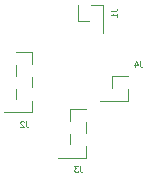
<source format=gbr>
%TF.GenerationSoftware,KiCad,Pcbnew,(5.1.7)-1*%
%TF.CreationDate,2021-04-19T22:56:07+02:00*%
%TF.ProjectId,TMA,544d412e-6b69-4636-9164-5f7063625858,rev?*%
%TF.SameCoordinates,Original*%
%TF.FileFunction,Legend,Bot*%
%TF.FilePolarity,Positive*%
%FSLAX46Y46*%
G04 Gerber Fmt 4.6, Leading zero omitted, Abs format (unit mm)*
G04 Created by KiCad (PCBNEW (5.1.7)-1) date 2021-04-19 22:56:07*
%MOMM*%
%LPD*%
G01*
G04 APERTURE LIST*
%ADD10C,0.120000*%
%ADD11C,0.125000*%
G04 APERTURE END LIST*
D10*
%TO.C,J4*%
X76775000Y-50740000D02*
X76775000Y-49740000D01*
X78165000Y-51860000D02*
X78165000Y-50860000D01*
X78165000Y-49740000D02*
X78165000Y-49740000D01*
X76775000Y-51860000D02*
X76775000Y-51860000D01*
X76775000Y-51860000D02*
X75780000Y-51860000D01*
X76775000Y-49740000D02*
X78165000Y-49740000D01*
X76775000Y-51860000D02*
X78165000Y-51860000D01*
%TO.C,J3*%
X73219000Y-53550000D02*
X73219000Y-52550000D01*
X73219000Y-55550000D02*
X73219000Y-54670000D01*
X74609000Y-54550000D02*
X74609000Y-53670000D01*
X74609000Y-56670000D02*
X74609000Y-55670000D01*
X74609000Y-52550000D02*
X74609000Y-52550000D01*
X73219000Y-56670000D02*
X73219000Y-56670000D01*
X73219000Y-56670000D02*
X72224000Y-56670000D01*
X73219000Y-52550000D02*
X74609000Y-52550000D01*
X73219000Y-56670000D02*
X74609000Y-56670000D01*
%TO.C,J2*%
X68647000Y-49732000D02*
X68647000Y-48852000D01*
X68647000Y-51732000D02*
X68647000Y-50852000D01*
X70037000Y-48732000D02*
X70037000Y-47732000D01*
X70037000Y-50732000D02*
X70037000Y-49852000D01*
X70037000Y-52852000D02*
X70037000Y-51852000D01*
X70037000Y-47732000D02*
X70037000Y-47732000D01*
X68647000Y-52852000D02*
X68647000Y-52852000D01*
X68647000Y-52852000D02*
X67652000Y-52852000D01*
X68647000Y-47732000D02*
X70037000Y-47732000D01*
X68647000Y-52852000D02*
X70037000Y-52852000D01*
%TO.C,J1*%
X74870000Y-45145000D02*
X73870000Y-45145000D01*
X75990000Y-43755000D02*
X74990000Y-43755000D01*
X73870000Y-43755000D02*
X73870000Y-43755000D01*
X75990000Y-45145000D02*
X75990000Y-45145000D01*
X75990000Y-45145000D02*
X75990000Y-46140000D01*
X73870000Y-45145000D02*
X73870000Y-43755000D01*
X75990000Y-45145000D02*
X75990000Y-43755000D01*
%TO.C,J4*%
D11*
X79160666Y-48494190D02*
X79160666Y-48851333D01*
X79184476Y-48922761D01*
X79232095Y-48970380D01*
X79303523Y-48994190D01*
X79351142Y-48994190D01*
X78708285Y-48660857D02*
X78708285Y-48994190D01*
X78827333Y-48470380D02*
X78946380Y-48827523D01*
X78636857Y-48827523D01*
%TO.C,J3*%
X74080666Y-57396190D02*
X74080666Y-57753333D01*
X74104476Y-57824761D01*
X74152095Y-57872380D01*
X74223523Y-57896190D01*
X74271142Y-57896190D01*
X73890190Y-57396190D02*
X73580666Y-57396190D01*
X73747333Y-57586666D01*
X73675904Y-57586666D01*
X73628285Y-57610476D01*
X73604476Y-57634285D01*
X73580666Y-57681904D01*
X73580666Y-57800952D01*
X73604476Y-57848571D01*
X73628285Y-57872380D01*
X73675904Y-57896190D01*
X73818761Y-57896190D01*
X73866380Y-57872380D01*
X73890190Y-57848571D01*
%TO.C,J2*%
X69508666Y-53578190D02*
X69508666Y-53935333D01*
X69532476Y-54006761D01*
X69580095Y-54054380D01*
X69651523Y-54078190D01*
X69699142Y-54078190D01*
X69294380Y-53625809D02*
X69270571Y-53602000D01*
X69222952Y-53578190D01*
X69103904Y-53578190D01*
X69056285Y-53602000D01*
X69032476Y-53625809D01*
X69008666Y-53673428D01*
X69008666Y-53721047D01*
X69032476Y-53792476D01*
X69318190Y-54078190D01*
X69008666Y-54078190D01*
%TO.C,J1*%
X76716190Y-44283333D02*
X77073333Y-44283333D01*
X77144761Y-44259523D01*
X77192380Y-44211904D01*
X77216190Y-44140476D01*
X77216190Y-44092857D01*
X77216190Y-44783333D02*
X77216190Y-44497619D01*
X77216190Y-44640476D02*
X76716190Y-44640476D01*
X76787619Y-44592857D01*
X76835238Y-44545238D01*
X76859047Y-44497619D01*
%TD*%
M02*

</source>
